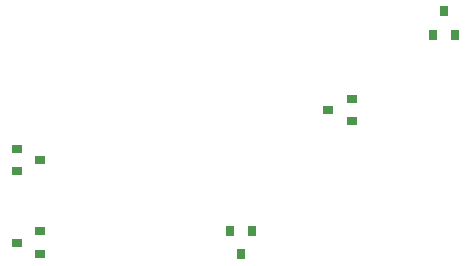
<source format=gbr>
%TF.GenerationSoftware,KiCad,Pcbnew,(5.1.12)-1*%
%TF.CreationDate,2022-03-07T16:55:28+01:00*%
%TF.ProjectId,BSIAB,42534941-422e-46b6-9963-61645f706362,rev?*%
%TF.SameCoordinates,Original*%
%TF.FileFunction,Paste,Top*%
%TF.FilePolarity,Positive*%
%FSLAX46Y46*%
G04 Gerber Fmt 4.6, Leading zero omitted, Abs format (unit mm)*
G04 Created by KiCad (PCBNEW (5.1.12)-1) date 2022-03-07 16:55:28*
%MOMM*%
%LPD*%
G01*
G04 APERTURE LIST*
%ADD10R,0.900000X0.800000*%
%ADD11R,0.800000X0.900000*%
G04 APERTURE END LIST*
D10*
%TO.C,Q1*%
X111000000Y-128050000D03*
X111000000Y-129950000D03*
X113000000Y-129000000D03*
%TD*%
D11*
%TO.C,Q2*%
X130950000Y-135000000D03*
X129050000Y-135000000D03*
X130000000Y-137000000D03*
%TD*%
%TO.C,Q3*%
X146250000Y-118400000D03*
X148150000Y-118400000D03*
X147200000Y-116400000D03*
%TD*%
D10*
%TO.C,Q4*%
X111000000Y-136000000D03*
X113000000Y-135050000D03*
X113000000Y-136950000D03*
%TD*%
%TO.C,Q5*%
X139400000Y-125750000D03*
X139400000Y-123850000D03*
X137400000Y-124800000D03*
%TD*%
M02*

</source>
